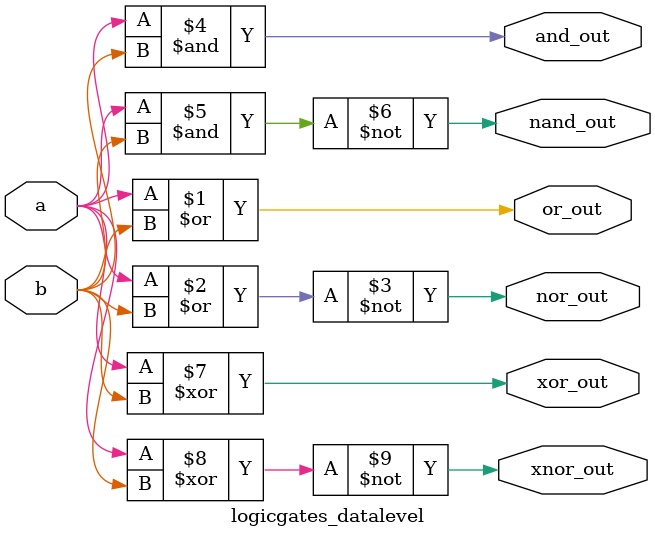
<source format=v>
module logicgates_datalevel(a,b,or_out, and_out, nor_out, nand_out, xor_out, xnor_out);
  input a,b;
  output or_out, and_out, nor_out, nand_out, xor_out, xnor_out;

  assign or_out = a|b;
  assign nor_out = ~(a|b);
  assign and_out = a&b;
  assign nand_out = ~(a&b);
  assign xor_out = a^b;
  assign xnor_out = ~(a^b);
  
endmodule 

</source>
